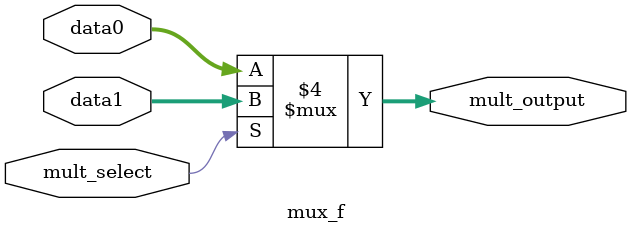
<source format=v>
module mux_f(output reg [31:0] mult_output,
                           input [31:0] data0,
                           data1,
                           input mult_select);
always @(mult_select, data0, data1)
    if (!mult_select)
        mult_output <= data0;
    else
        mult_output <= data1;
endmodule

</source>
